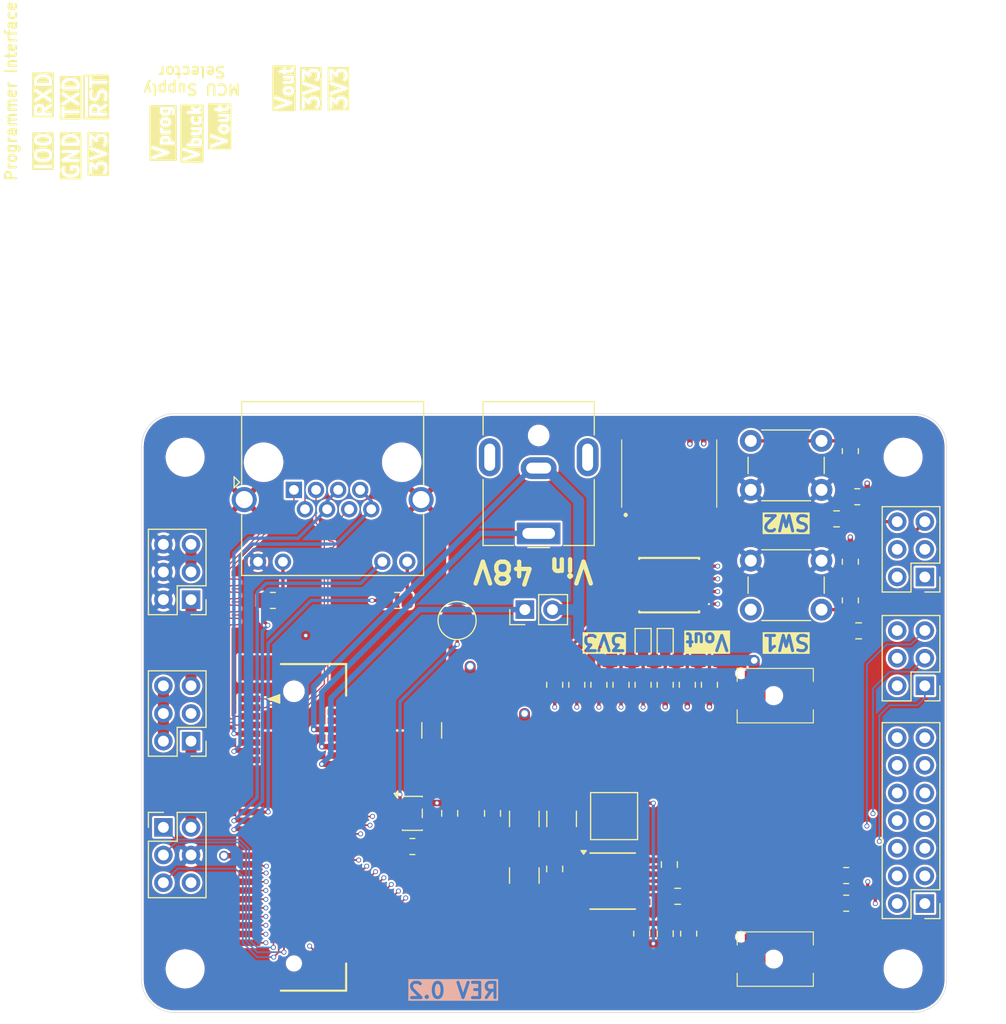
<source format=kicad_pcb>
(kicad_pcb (version 20241229) (generator "pcbnew") (generator_version "9.0")
  (layers (0 "F.Cu" signal) (4 "In1.Cu" signal) (6 "In2.Cu" signal) (2 "B.Cu" signal) (13 "F.Paste" user) (15 "B.Paste" user) (5 "F.SilkS" user "F.Silkscreen") (7 "B.SilkS" user "B.Silkscreen") (1 "F.Mask" user) (3 "B.Mask" user) (25 "Edge.Cuts" user))
  (property "REVISION" "0.2")
  (net 0 "")
  (net 1 "GND")
  (net 2 "Earth")
  (net 3 "/V_{out}")
  (net 4 "Net-(U2-VCC)")
  (net 5 "Net-(U2-SW)")
  (net 6 "Net-(U2-BOOT)")
  (net 7 "/V_{buck}")
  (net 8 "Net-(U2-FB)")
  (net 9 "/SW1")
  (net 10 "/SW2")
  (net 11 "Net-(D3-KR)")
  (net 12 "Vin")
  (net 13 "Net-(D3-KG)")
  (net 14 "Net-(D4-A)")
  (net 15 "Net-(D3-AW)")
  (net 16 "GNDPWR")
  (net 17 "/V_{prog}")
  (net 18 "/TXD")
  (net 19 "/RXD")
  (net 20 "/~{RST}")
  (net 21 "/GPIO0")
  (net 22 "+3.3V")
  (net 23 "/GPIO15")
  (net 24 "/GPIO13")
  (net 25 "/PHY_EN")
  (net 26 "/MDC")
  (net 27 "/MDIO")
  (net 28 "/GPIO2")
  (net 29 "/P1P")
  (net 30 "/ETH_LED2")
  (net 31 "/P4")
  (net 32 "Net-(J5-Pad10)")
  (net 33 "/P2N")
  (net 34 "/P1N")
  (net 35 "/P2P")
  (net 36 "/P3")
  (net 37 "Net-(J5-Pad12)")
  (net 38 "/GPIO4")
  (net 39 "/GPIO38")
  (net 40 "/GPIO33")
  (net 41 "/GPIO14")
  (net 42 "/GPIO39")
  (net 43 "/GPIO36")
  (net 44 "/GPIO35")
  (net 45 "/GPIO32")
  (net 46 "/GPIO18")
  (net 47 "/ETH_LED1")
  (net 48 "/GPIO34")
  (net 49 "/GPIO5")
  (net 50 "/GPIO23")
  (net 51 "VDD")
  (net 52 "/GPIO12")
  (net 53 "/GPIO37")
  (net 54 "/3V3A")
  (net 55 "Net-(R10-Pad1)")
  (net 56 "Net-(R12-Pad1)")
  (net 58 "Net-(D3-AB)")
  (net 59 "Net-(D3-AR)")
  (net 60 "Net-(D3-AG)")
  (net 61 "Net-(D4-K)")
  (net 62 "Net-(D5-K)")
  (net 63 "Net-(D5-A)")
  (net 64 "Net-(R3-Pad2)")
  (net 65 "Net-(R4-Pad1)")
  (net 66 "Net-(R5-Pad2)")
  (net 67 "Net-(R6-Pad2)")
  (net 68 "/V_{out,h}")
  (net 69 "Net-(TP1-Pad1)")
  (net 70 "Net-(D3-KB)")
  (net 71 "Net-(D3-KW)")
  (footprint "Capacitor_SMD:C_0805_2012Metric" (layer "F.Cu") (at 153.913 110.948 180)
    (property "Reference" "C10")
    (property "Value" "100nF")
  )
  (footprint "Connector_PinHeader_2.54mm:PinHeader_2x03_P2.54mm_Vertical" (layer "F.Cu") (at 160 116 180)
    (property "Reference" "J4")
    (property "Value" "10129381-906001BLF")
  )
  (footprint "Connector_PinHeader_2.54mm:PinHeader_1x02_P2.54mm_Vertical" (layer "F.Cu") (at 123.23 109 90)
    (property "Reference" "J11")
    (property "Value" "~")
  )
  (footprint "Connector_BarrelJack:BarrelJack_CUI_PJ-063AH_Horizontal" (layer "F.Cu") (at 124.5 102 180)
    (property "Reference" "J1")
    (property "Value" "PJ-063AH")
  )
  (footprint "Resistor_SMD:R_0805_2012Metric" (layer "F.Cu") (at 152.77 133.427 180)
    (property "Reference" "R5")
    (property "Value" "2K2")
  )
  (footprint "MountingHole:MountingHole_3.2mm_M3" (layer "F.Cu") (at 92 95)
    (property "Reference" "H1" (hide yes))
    (property "Value" "MountingHole")
  )
  (footprint "Resistor_SMD:R_0805_2012Metric" (layer "F.Cu") (at 136.133 115.901 90)
    (property "Reference" "R17")
    (property "Value" "270R")
  )
  (footprint "Resistor_SMD:R_0805_2012Metric" (layer "F.Cu") (at 133.974 138.761 90)
    (property "Reference" "R8")
    (property "Value" "100K")
  )
  (footprint "Capacitor_SMD:C_0805_2012Metric" (layer "F.Cu") (at 125.973 132.8174 90)
    (property "Reference" "C3")
    (property "Value" "220nF")
  )
  (footprint "Connector_PinHeader_2.54mm:PinHeader_2x03_P2.54mm_Vertical" (layer "F.Cu") (at 90 129)
    (property "Reference" "J2")
    (property "Value" "10129381-906001BLF")
  )
  (footprint "Connector_PinHeader_2.54mm:PinHeader_2x03_P2.54mm_Vertical" (layer "F.Cu") (at 160 106 180)
    (property "Reference" "J10")
    (property "Value" "10129381-906001BLF")
  )
  (footprint "Project:GDH06S04" (layer "F.Cu") (at 136.5 96.5)
    (property "Reference" "SW4")
    (property "Value" "GDH06S04" (hide yes))
  )
  (footprint "Resistor_SMD:R_0805_2012Metric" (layer "F.Cu") (at 153.786 98.629 180)
    (property "Reference" "R13")
    (property "Value" "10K")
  )
  (footprint "Resistor_SMD:R_0805_2012Metric" (layer "F.Cu") (at 100.065 108.154)
    (property "Reference" "R1")
    (property "Value" "270R")
  )
  (footprint "Resistor_SMD:R_0805_2012Metric" (layer "F.Cu") (at 134.101 115.901 -90)
    (property "Reference" "R18")
    (property "Value" "270R")
  )
  (footprint "Capacitor_SMD:C_1206_3216Metric" (layer "F.Cu") (at 114.67 120.092 90)
    (property "Reference" "C1")
    (property "Value" "2200pF 2kV")
  )
  (footprint "Capacitor_SMD:C_0805_2012Metric" (layer "F.Cu") (at 116.321 127.712 90)
    (property "Reference" "C12")
    (property "Value" "100nF")
  )
  (footprint "Button_Switch_THT:SW_PUSH_6mm_H4.3mm" (layer "F.Cu") (at 150.5 98 180)
    (property "Reference" "SW2")
    (property "Value" "TS02-66-43")
  )
  (footprint "Modul:119A-LATCH-80" (layer "F.Cu") (at 146.1 129 -90)
    (property "Reference" "J8")
    (property "Value" "~")
  )
  (footprint "Capacitor_SMD:C_1210_3225Metric" (layer "F.Cu") (at 123.179 128.22 -90)
    (property "Reference" "C7")
    (property "Value" "22uF")
  )
  (footprint "Connector_PinHeader_2.54mm:PinHeader_2x07_P2.54mm_Vertical" (layer "F.Cu") (at 160 136 180)
    (property "Reference" "J9")
    (property "Value" "10129381-914001BLF")
  )
  (footprint "Inductor_SMD:L_Wuerth_MAPI-4030" (layer "F.Cu") (at 131.434 127.966 90)
    (property "Reference" "L1")
    (property "Value" "3.3uH")
  )
  (footprint "Capacitor_SMD:C_0805_2012Metric" (layer "F.Cu") (at 120.258 127.712 -90)
    (property "Reference" "C9")
    (property "Value" "100nF")
  )
  (footprint "Resistor_SMD:R_0805_2012Metric" (layer "F.Cu") (at 112.892 130.76 180)
    (property "Reference" "R19")
    (property "Value" "0R022")
  )
  (footprint "Package_SO:Texas_HSOP-8-1EP_3.9x4.9mm_P1.27mm_ThermalVias" (layer "F.Cu") (at 131.307 133.935)
    (property "Reference" "U2")
    (property "Value" "LMR33620BDDA")
  )
  (footprint "Resistor_SMD:R_0805_2012Metric" (layer "F.Cu") (at 125.973 115.901 90)
    (property "Reference" "R16")
    (property "Value" "180R")
  )
  (footprint "Resistor_SMD:R_0805_2012Metric" (layer "F.Cu") (at 132.069 115.901 90)
    (property "Reference" "R15")
    (property "Value" "56R")
  )
  (footprint "Resistor_SMD:R_0805_2012Metric" (layer "F.Cu") (at 130.037 115.901 90)
    (property "Reference" "R7")
    (property "Value" "56R")
  )
  (footprint "TestPoint:TestPoint_Pad_D3.0mm" (layer "F.Cu") (at 117 110)
    (property "Reference" "TP1" (hide yes))
    (property "Value" "TestPoint")
  )
  (footprint "Capacitor_SMD:C_0805_2012Metric" (layer "F.Cu") (at 151.881 100.661 180)
    (property "Reference" "C11")
    (property "Value" "100nF")
  )
  (footprint "Resistor_SMD:R_0805_2012Metric" (layer "F.Cu") (at 111.495 108.154)
    (property "Reference" "R2")
    (property "Value" "270R")
  )
  (footprint "MountingHole:MountingHole_3.2mm_M3" (layer "F.Cu") (at 158 95)
    (property "Reference" "H3" (hide yes))
    (property "Value" "MountingHole")
  )
  (footprint "Resistor_SMD:R_0805_2012Metric" (layer "F.Cu") (at 152.77 135.967 180)
    (property "Reference" "R3")
    (property "Value" "2K2")
  )
  (footprint "Modul:119A-80A00-R02" (layer "F.Cu") (at 102 129 -90)
    (property "Reference" "J7")
    (property "Value" "~")
  )
  (footprint "LED_SMD:LED_0603_1608Metric" (layer "F.Cu") (at 136.133 112.218 -90)
    (property "Reference" "D5")
    (property "Value" "Red")
  )
  (footprint "Project:INP55QDTRGBW" (layer "F.Cu") (at 136.5 106.75 90)
    (property "Reference" "D3")
    (property "Value" "IN-P55QDTRGBW" (hide yes))
  )
  (footprint "Capacitor_SMD:C_0805_2012Metric" (layer "F.Cu") (at 137.276 135.332)
    (property "Reference" "C4")
    (property "Value" "1uF")
  )
  (footprint "Package_TO_SOT_SMD:SOT-23-5" (layer "F.Cu") (at 112.892 127.712)
    (property "Reference" "U1")
    (property "Value" "INA180A2")
  )
  (footprint "Capacitor_SMD:C_1210_3225Metric" (layer "F.Cu") (at 123.179 133.427 90)
    (property "Reference" "C2")
    (property "Value" "10uF")
  )
  (footprint "Resistor_SMD:R_0805_2012Metric" (layer "F.Cu") (at 128.005 115.901 90)
    (property "Reference" "R14")
    (property "Value" "56R")
  )
  (footprint "Resistor_SMD:R_0805_2012Metric" (layer "F.Cu") (at 153.151 94.438 -90)
    (property "Reference" "R12")
    (property "Value" "1K")
  )
  (footprint "Resistor_SMD:R_0805_2012Metric" (layer "F.Cu") (at 138.292 138.761 -90)
    (property "Reference" "R9")
    (property "Value" "43K2")
  )
  (footprint "Capacitor_SMD:C_0805_2012Metric" (layer "F.Cu") (at 136.514 132.411 90)
    (property "Reference" "C5")
    (property "Value" "100nF")
  )
  (footprint "Connector_RJ:RJ45_Amphenol_RJHSE538X" (layer "F.Cu") (at 102 98)
    (property "Reference" "J5")
    (property "Value" "RJHSE-5381")
  )
  (footprint "MountingHole:MountingHole_3.2mm_M3" (layer "F.Cu") (at 92 142)
    (property "Reference" "H2" (hide yes))
    (property "Value" "MountingHole")
  )
  (footprint "Resistor_SMD:R_0805_2012Metric" (layer "F.Cu") (at 138.165 115.901 -90)
    (property "Reference" "R4")
    (property "Value" "100R 0.5W")
  )
  (footprint "Capacitor_SMD:C_0805_2012Metric" (layer "F.Cu") (at 136.133 138.761 90)
    (property "Reference" "C6")
    (property "Value" "33pF")
  )
  (footprint "MountingHole:MountingHole_3.2mm_M3" (layer "F.Cu") (at 158 142)
    (property "Reference" "H4" (hide yes))
    (property "Value" "MountingHole")
  )
  (footprint "Button_Switch_THT:SW_PUSH_6mm_H4.3mm" (layer "F.Cu") (at 144 104.5)
    (property "Reference" "SW1")
    (property "Value" "TS02-66-43")
  )
  (footprint "Capacitor_SMD:C_1210_3225Metric" (layer "F.Cu") (at 126.608 128.22 -90)
    (property "Reference" "C8")
    (property "Value" "22uF")
  )
  (footprint "Resistor_SMD:R_0805_2012Metric" (layer "F.Cu") (at 153.151 104.598 -90)
    (property "Reference" "R11")
    (property "Value" "10K")
  )
  (footprint "Resistor_SMD:R_0805_2012Metric" (layer "F.Cu") (at 153.151 108.154 90)
    (property "Reference" "R10")
    (property "Value" "1K")
  )
  (footprint "Connector_PinHeader_2.54mm:PinHeader_2x03_P2.54mm_Vertical" (layer "F.Cu") (at 92.54 108.08 180)
    (property "Reference" "J6")
    (property "Value" "10129381-906001BLF")
  )
  (footprint "Resistor_SMD:R_0805_2012Metric" (layer "F.Cu") (at 140.197 115.901 90)
    (property "Reference" "R6")
    (property "Value" "56R 0.5W")
  )
  (footprint "Connector_PinHeader_2.54mm:PinHeader_2x03_P2.54mm_Vertical" (layer "F.Cu") (at 92.54 121.08 180)
    (property "Reference" "J3")
    (property "Value" "10129381-906001BLF")
  )
  (footprint "LED_SMD:LED_0603_1608Metric" (layer "F.Cu") (at 134.101 112.218 -90)
    (property "Reference" "D4")
    (property "Value" "Red")
  )
  (gr_arc (start 91 146) (mid 88.87868 145.12132) (end 88 143) (stroke (width 0.05)) (layer "Edge.Cuts"))
  (gr_arc (start 159 91) (mid 161.12132 91.87868) (end 162 94) (stroke (width 0.05)) (layer "Edge.Cuts"))
  (gr_line (start 159 146) (end 91 146) (stroke (width 0.05)) (layer "Edge.Cuts"))
  (gr_arc (start 88 94) (mid 88.87868 91.87868) (end 91 91) (stroke (width 0.05)) (layer "Edge.Cuts"))
  (gr_arc (start 162 143) (mid 161.12132 145.12132) (end 159 146) (stroke (width 0.05)) (layer "Edge.Cuts"))
  (gr_line (start 91 91) (end 159 91) (stroke (width 0.05)) (layer "Edge.Cuts"))
  (gr_line (start 162 94) (end 162 143) (stroke (width 0.05)) (layer "Edge.Cuts"))
  (gr_line (start 88 143) (end 88 94) (stroke (width 0.05)) (layer "Edge.Cuts"))
  (gr_text "V_{in} 48V" (at 124 105.5 180) (layer "F.SilkS") (effects (font (size 2 2) (thickness 0.4) (bold yes))))
  (gr_text "V_{out}" (at 140 112 180) (layer "F.SilkS" knockout) (effects (font (size 1.4 1.4) (thickness 0.28) (bold yes))))
  (gr_text "GND" (at 81.54 65 90) (layer "F.SilkS" knockout) (effects (font (size 1.4 1.4) (thickness 0.28) (bold yes)) (justify right)))
  (gr_text "RXD" (at 79 64 90) (layer "F.SilkS" knockout) (effects (font (size 1.4 1.4) (thickness 0.28) (bold yes)) (justify left)))
  (gr_text "TXD" (at 81.54 64 90) (layer "F.SilkS" knockout) (effects (font (size 1.4 1.4) (thickness 0.28) (bold yes)) (justify left)))
  (gr_text "V_{out}" (at 95.16 62.5 90) (layer "F.SilkS" knockout) (effects (font (size 1.4 1.4) (thickness 0.28) (bold yes)) (justify right)))
  (gr_text "V_{buck}" (at 92.62 62.5 90) (layer "F.SilkS" knockout) (effects (font (size 1.4 1.4) (thickness 0.28) (bold yes)) (justify right)))
  (gr_text "~{RST}" (at 84.08 64 90) (layer "F.SilkS" knockout) (effects (font (size 1.4 1.4) (thickness 0.28) (bold yes)) (justify left)))
  (gr_text "V_{out}" (at 101.08 59 90) (layer "F.SilkS" knockout) (effects (font (size 1.4 1.4) (thickness 0.28) (bold yes)) (justify right)))
  (gr_text "3V3" (at 84.08 65 90) (layer "F.SilkS" knockout) (effects (font (size 1.4 1.4) (thickness 0.28) (bold yes)) (justify right)))
  (gr_text "SW2" (at 147.25 101 180) (layer "F.SilkS" knockout) (effects (font (size 1.4 1.4) (thickness 0.28) (bold yes))))
  (gr_text "3V3" (at 130.5 112 180) (layer "F.SilkS" knockout) (effects (font (size 1.4 1.4) (thickness 0.28) (bold yes))))
  (gr_text "3V3" (at 103.62 59 90) (layer "F.SilkS" knockout) (effects (font (size 1.4 1.4) (thickness 0.28) (bold yes)) (justify right)))
  (gr_text "MCU Supply\nSelector" (at 92.62 59 180) (layer "F.SilkS") (effects (font (size 1 1) (thickness 0.2) (bold yes)) (justify bottom)))
  (gr_text "3V3" (at 106.16 59 90) (layer "F.SilkS" knockout) (effects (font (size 1.4 1.4) (thickness 0.28) (bold yes)) (justify right)))
  (gr_text "SW1" (at 147.25 112 180) (layer "F.SilkS" knockout) (effects (font (size 1.4 1.4) (thickness 0.28) (bold yes))))
  (gr_text "IO0" (at 79 65 90) (layer "F.SilkS" knockout) (effects (font (size 1.4 1.4) (thickness 0.28) (bold yes)) (justify right)))
  (gr_text "V_{prog}" (at 89.78 62.5 90) (layer "F.SilkS" knockout) (effects (font (size 1.4 1.4) (thickness 0.28) (bold yes)) (justify right)))
  (gr_text "Programmer Interface" (at 76.58 53 90) (layer "F.SilkS") (effects (font (size 1 1) (thickness 0.2) (bold yes)) (justify right bottom)))
  (gr_text "REV ${REVISION}" (at 121 144 0) (layer "B.SilkS" knockout) (effects (font (size 1.4 1.4) (thickness 0.28) (bold yes)) (justify left mirror)))
  (via (at 103.0876 111.3798) (size 0.45) (drill 0.3) (layers "F.Cu" "B.Cu") (net 2))
  (segment (start 123.179 134.902) (end 124.8384 134.902) (width 1.016) (layer "F.Cu") (net 3))
  (segment (start 120.5138 134.902) (end 123.179 134.902) (width 1.016) (layer "F.Cu") (net 3))
  (segment (start 113.0698 130.6076) (end 113.2222 130.76) (width 0.1524) (layer "F.Cu") (net 3))
  (segment (start 114.0295 128.662) (end 113.2628 128.662) (width 0.1524) (layer "F.Cu") (net 3))
  (segment (start 138.165 116.8135) (end 138.165 117.933) (width 0.508) (layer "F.Cu") (net 3))
  (segment (start 118.2006 132.5888) (end 120.5138 134.902) (width 1.016) (layer "F.Cu") (net 3))
  (segment (start 127.6494 133.3) (end 127.182 133.7674) (width 0.508) (layer "F.Cu") (net 3))
  (segment (start 136.133 116.8135) (end 136.133 117.933) (width 0.508) (layer "F.Cu") (net 3))
  (segment (start 113.2222 130.76) (end 113.8045 130.76) (width 0.1524) (layer "F.Cu") (net 3))
  (segment (start 124.8384 134.902) (end 125.973 133.7674) (width 1.016) (layer "F.Cu") (net 3))
  (segment (start 128.607 133.3) (end 127.6494 133.3) (width 0.508) (layer "F.Cu") (net 3))
  (segment (start 127.182 133.7674) (end 125.973 133.7674) (width 0.508) (layer "F.Cu") (net 3))
  (segment (start 118.2006 130.76) (end 113.8045 130.76) (width 1.016) (layer "F.Cu") (net 3))
  (segment (start 118.2006 130.76) (end 118.2006 132.5888) (width 1.016) (layer "F.Cu") (net 3))
  (segment (start 118.2006 114.1992) (end 118.2006 130.76) (width 1.016) (layer "F.Cu") (net 3))
  (segment (start 92.54 108.08) (end 92.54 116) (width 1.016) (layer "F.Cu") (net 3))
  (segment (start 128.607 133.3) (end 128.607 134.57) (width 0.508) (layer "F.Cu") (net 3))
  (segment (start 113.0698 128.855) (end 113.0698 130.6076) (width 0.1524) (layer "F.Cu") (net 3))
  (segment (start 113.2628 128.662) (end 113.0698 128.855) (width 0.1524) (layer "F.Cu") (net 3))
  (segment (start 140.197 116.8135) (end 140.197 117.933) (width 0.508) (layer "F.Cu") (net 3))
  (via (at 118.2006 114.1992) (size 0.9) (drill 0.6) (layers "F.Cu" "B.Cu") (net 3))
  (via (at 136.133 117.933) (size 0.45) (drill 0.3) (layers "F.Cu" "B.Cu") (net 3))
  (via (at 138.165 117.933) (size 0.45) (drill 0.3) (layers "F.Cu" "B.Cu") (net 3))
  (via (at 140.197 117.933) (size 0.45) (drill 0.3) (layers "F.Cu" "B.Cu") (net 3))
  (segment (start 136.326 135.1136) (end 136.326 135.332) (width 0.508) (layer "F.Cu") (net 4))
  (segment (start 136.3362 135.1034) (end 136.326 135.1136) (width 0.508) (layer "F.Cu") (net 4))
  (segment (start 135.8028 134.57) (end 136.3362 135.1034) (width 0.508) (layer "F.Cu") (net 4))
  (segment (start 134.007 134.57) (end 135.8028 134.57) (width 0.508) (layer "F.Cu") (net 4))
  (segment (start 135.7266 132.03) (end 136.2956 131.461) (width 0.508) (layer "F.Cu") (net 5))
  (segment (start 134.007 132.03) (end 135.7266 132.03) (width 0.508) (layer "F.Cu") (net 5))
  (segment (start 136.2956 131.461) (end 136.514 131.461) (width 0.508) (layer "F.Cu") (net 5))
  (segment (start 133.5588 129.151) (end 131.434 129.151) (width 0.635) (layer "F.Cu") (net 5))
  (segment (start 134.007 132.03) (end 134.007 129.5992) (width 0.635) (layer "F.Cu") (net 5))
  (segment (start 134.007 129.5992) (end 133.5588 129.151) (width 0.635) (layer "F.Cu") (net 5))
  (segment (start 136.453 133.3) (end 136.514 133.361) (width 0.508) (layer "F.Cu") (net 6))
  (segment (start 134.007 133.3) (end 136.453 133.3) (width 0.508) (layer "F.Cu") (net 6))
  (segment (start 123.162 126.762) (end 123.179 126.745) (width 0.508) (layer "F.Cu") (net 7))
  (segment (start 120.258 126.762) (end 123.162 126.762) (width 1.016) (layer "F.Cu") (net 7))
  (segment (start 135.0408 139.6735) (end 136.0955 139.6735) (width 0.762) (layer "F.Cu") (net 7))
  (segment (start 135.0408 126.7722) (end 131.4428 126.7722) (width 0.3048) (layer "F.Cu") (net 7))
  (segment (start 123.2044 126.7196) (end 123.179 126.745) (width 1.016) (layer "F.Cu") (net 7))
  (segment (start 131.4428 126.7722) (end 131.434 126.781) (width 0.3048) (layer "F.Cu") (net 7))
  (segment (start 133.974 139.6735) (end 135.0408 139.6735) (width 0.762) (layer "F.Cu") (net 7))
  (segment (start 123.2044 118.54) (end 123.2044 126.7196) (width 1.016) (layer "F.Cu") (net 7))
  (segment (start 124.9062 126.745) (end 126.608 126.745) (width 1.143) (layer "F.Cu") (net 7))
  (segment (start 123.179 126.745) (end 124.9062 126.745) (width 1.143) (layer "F.Cu") (net 7))
  (segment (start 131.398 126.745) (end 131.434 126.781) (width 0.762) (layer "F.Cu") (net 7))
  (segment (start 136.0955 139.6735) (end 136.133 139.711) (width 0.508) (layer "F.Cu") (net 7))
  (segment (start 126.608 126.745) (end 131.398 126.745) (width 0.889) (layer "F.Cu") (net 7))
  (via (at 135.0408 139.6735) (size 0.45) (drill 0.3) (layers "F.Cu" "B.Cu") (net 7))
  (via (at 135.0408 126.7722) (size 0.45) (drill 0.3) (layers "F.Cu" "B.Cu") (net 7))
  (via (at 123.2044 118.54) (size 0.9) (drill 0.6) (layers "F.Cu" "B.Cu") (net 7))
  (segment (start 135.0408 139.6735) (end 135.0408 135.0272) (width 0.3048) (layer "B.Cu") (net 7))
  (segment (start 135.0408 135.0272) (end 135.0408 127.6104) (width 0.3048) (layer "B.Cu") (net 7))
  (segment (start 135.0408 127.6104) (end 135.0408 126.7722) (width 0.3048) (layer "B.Cu") (net 7))
  (segment (start 138.2545 137.811) (end 138.292 137.8485) (width 0.508) (layer "F.Cu") (net 8))
  (segment (start 136.133 137.811) (end 138.2545 137.811) (width 0.508) (layer "F.Cu") (net 8))
  (segment (start 134.007 135.84) (end 134.007 137.8155) (width 0.508) (layer "F.Cu") (net 8))
  (segment (start 134.0115 137.811) (end 136.133 137.811) (width 0.508) (layer "F.Cu") (net 8))
  (segment (start 133.974 137.8485) (end 134.0115 137.811) (width 0.508) (layer "F.Cu") (net 8))
  (segment (start 134.007 137.8155) (end 133.974 137.8485) (width 0.508) (layer "F.Cu") (net 8))
  (segment (start 156.4784 102.1596) (end 155.4116 103.2264) (width 0.3048) (layer "F.Cu") (net 9))
  (segment (start 153.151 107.2415) (end 153.151 105.5105) (width 0.3048) (layer "F.Cu") (net 9))
  (segment (start 158.7604 102.1596) (end 156.4784 102.1596) (width 0.3048) (layer "F.Cu") (net 9))
  (segment (start 154.5245 105.5105) (end 153.151 105.5105) (width 0.3048) (layer "F.Cu") (net 9))
  (segment (start 155.4116 103.2264) (end 155.4116 104.6234) (width 0.3048) (layer "F.Cu") (net 9))
  (segment (start 154.0927 107.2415) (end 153.151 107.2415) (width 0.3048) (layer "F.Cu") (net 9))
  (segment (start 155.4116 104.6234) (end 154.5245 105.5105) (width 0.3048) (layer "F.Cu") (net 9))
  (segment (start 154.863 108.0118) (end 154.0927 107.2415) (width 0.3048) (layer "F.Cu") (net 9))
  (segment (start 160 100.92) (end 158.7604 102.1596) (width 0.3048) (layer "F.Cu") (net 9))
  (segment (start 154.863 110.948) (end 154.863 108.0118) (width 0.3048) (layer "F.Cu") (net 9))
  (segment (start 152.831 100.661) (end 155.5132 100.661) (width 0.3048) (layer "F.Cu") (net 10))
  (segment (start 153.151 97.4098) (end 152.8735 97.6873) (width 0.3048) (layer "F.Cu") (net 10))
  (segment (start 155.5132 100.661) (end 155.7722 100.92) (width 0.3048) (layer "F.Cu") (net 10))
  (segment (start 152.8735 98.629) (end 152.8735 100.6185) (width 0.3048) (layer "F.Cu") (net 10))
  (segment (start 152.8735 100.6185) (end 152.831 100.661) (width 0.3048) (layer "F.Cu") (net 10))
  (segment (start 153.151 95.3505) (end 153.151 97.4098) (width 0.3048) (layer "F.Cu") (net 10))
  (segment (start 152.8735 97.6873) (end 152.8735 98.629) (width 0.3048) (layer "F.Cu") (net 10))
  (segment (start 155.7722 100.92) (end 157.46 100.92) (width 0.3048) (layer "F.Cu") (net 10))
  (segment (start 138.9056 105.0044) (end 138.9 105.01) (width 0.3048) (layer "F.Cu") (net 11))
  (segment (start 140.959 105.0044) (end 138.9056 105.0044) (width 0.3048) (layer "F.Cu") (net 11))
  (via (at 140.959 105.0044) (size 0.45) (drill 0.3) (layers "F.Cu" "B.Cu") (net 11))
  (segment (start 104.5608 121.5906) (end 106.0906 121.5906) (width 0.508) (layer "F.Cu") (net 12))
  (segment (start 106.1 120.8) (end 106.1 121.1842) (width 0.508) (layer "F.Cu") (net 12))
  (segment (start 106.0906 121.5906) (end 106.1 121.6) (width 0.508) (layer "F.Cu") (net 12))
  (segment (start 106.1 121.1842) (end 106.1 121.6) (width 0.508) (layer "F.Cu") (net 12))
  (via (at 104.5608 121.5906) (size 0.45) (drill 0.3) (layers "F.Cu" "B.Cu") (net 12))
  (segment (start 119.1476 102) (end 104.5608 116.5868) (width 0.508) (layer "B.Cu") (net 12))
  (segment (start 104.5608 116.5868) (end 104.5608 121.5906) (width 0.508) (layer "B.Cu") (net 12))
  (segment (start 124.5 102) (end 119.1476 102) (width 0.508) (layer "B.Cu") (net 12))
  (segment (start 140.959 106.1728) (end 138.9028 106.1728) (width 0.3048) (layer "F.Cu") (net 13))
  (segment (start 138.9028 106.1728) (end 138.9 106.17) (width 0.3048) (layer "F.Cu") (net 13))
  (via (at 140.959 106.1728) (size 0.45) (drill 0.3) (layers "F.Cu" "B.Cu") (net 13))
  (segment (start 134.101 113.0055) (end 134.101 114.9885) (width 0.3048) (layer "F.Cu") (net 14))
  (segment (start 132.069 109.3224) (end 132.9014 108.49) (width 0.3048) (layer "F.Cu") (net 15))
  (segment (start 132.069 114.9885) (end 132.069 109.3224) (width 0.3048) (layer "F.Cu") (net 15))
  (segment (start 132.9014 108.49) (end 134.1 108.49) (width 0.3048) (layer "F.Cu") (net 15))
  (segment (start 106.1 120) (end 103.84 120) (width 0.508) (layer "F.Cu") (net 16))
  (segment (start 124.5 96) (end 125.1728 96) (width 0.508) (layer "F.Cu") (net 16))
  (segment (start 144.3118 116.3382) (end 143.75 116.9) (width 0.508) (layer "F.Cu") (net 16))
  (segment (start 106.1 119.2) (end 106.1 120) (width 0.508) (layer "F.Cu") (net 16))
  (segment (start 144.3118 113.6658) (end 144.3118 116.3382) (width 1.016) (layer "F.Cu") (net 16))
  (segment (start 106.1 118.4) (end 106.1 119.2) (width 0.508) (layer "F.Cu") (net 16))
  (segment (start 103.84 120) (end 103.8242 120.0158) (width 0.508) (layer "F.Cu") (net 16))
  (via (at 144.3118 113.6658) (size 0.9) (drill 0.6) (layers "F.Cu" "B.Cu") (net 16))
  (via (at 103.8242 120.0158) (size 0.45) (drill 0.3) (layers "F.Cu" "B.Cu") (net 16))
  (segment (start 144.3118 113.6658) (end 130.4434 113.6658) (width 1.016) (layer "B.Cu") (net 16))
  (segment (start 123.8522 96) (end 103.8242 116.028) (width 0.508) (layer "B.Cu") (net 16))
  (segment (start 103.8242 116.028) (end 103.8242 120.0158) (width 0.508) (layer "B.Cu") (net 16))
  (segment (start 128.1828 108.9922) (end 128.1828 99.01) (width 1.016) (layer "B.Cu") (net 16))
  (segment (start 128.1828 111.4052) (end 128.1828 108.9922) (width 1.016) (layer "B.Cu") (net 16))
  (segment (start 125.77 109) (end 128.175 109) (width 1.016) (layer "B.Cu") (net 16))
  (segment (start 130.4434 113.6658) (end 128.1828 111.4052) (width 1.016) (layer "B.Cu") (net 16))
  (segment (start 124.5 96) (end 123.8522 96) (width 0.508) (layer "B.Cu") (net 16))
  (segment (start 128.175 109) (end 128.1828 108.9922) (width 1.016) (layer "B.Cu") (net 16))
  (segment (start 128.1828 99.01) (end 125.1728 96) (width 1.016) (layer "B.Cu") (net 16))
  (segment (start 92.54 121.08) (end 92.54 129) (width 1.016) (layer "F.Cu") (net 17))
  (segment (start 101.081 140.4628) (end 101.081 139.5738) (width 0.1524) (layer "F.Cu") (net 18))
  (segment (start 101.4548 139.2) (end 106.1 139.2) (width 0.1524) (layer "F.Cu") (net 18))
  (segment (start 101.081 139.5738) (end 101.4548 139.2) (width 0.1524) (layer "F.Cu") (net 18))
  (via (at 101.081 140.4628) (size 0.45) (drill 0.3) (layers "F.Cu" "B.Cu") (net 18))
  (segment (start 101.081 140.4628) (end 98.6172 140.4628) (width 0.1524) (layer "B.Cu") (net 18))
  (segment (start 97.6012 139.4468) (end 97.6012 131.1156) (width 0.1524) (layer "B.Cu") (net 18))
  (segment (start 91.161 130.379) (end 90 131.54) (width 0.1524) (layer "B.Cu") (net 18))
  (segment (start 96.8646 130.379) (end 91.161 130.379) (width 0.1524) (layer "B.Cu") (net 18))
  (segment (start 97.6012 131.1156) (end 96.8646 130.379) (width 0.1524) (layer "B.Cu") (net 18))
  (segment (start 98.6172 140.4628) (end 97.6012 139.4468) (width 0.1524) (layer "B.Cu") (net 18))
  (segment (start 100.5984 139.1166) (end 101.315 138.4) (width 0.1524) (layer "F.Cu") (net 19))
  (segment (start 100.1412 140.92) (end 100.5984 140.4628) (width 0.1524) (layer "F.Cu") (net 19))
  (segment (start 101.315 138.4) (end 106.1 138.4) (width 0.1524) (layer "F.Cu") (net 19))
  (segment (start 100.5984 140.4628) (end 100.5984 139.1166) (width 0.1524) (layer "F.Cu") (net 19))
  (via (at 100.1412 140.92) (size 0.45) (drill 0.3) (layers "F.Cu" "B.Cu") (net 19))
  (segment (start 96.6106 132.792) (end 91.288 132.792) (width 0.1524) (layer "B.Cu") (net 19))
  (segment (start 91.288 132.792) (end 90 134.08) (width 0.1524) (layer "B.Cu") (net 19))
  (segment (start 98.6172 140.92) (end 97.2964 139.5992) (width 0.1524) (layer "B.Cu") (net 19))
  (segment (start 97.2964 139.5992) (end 97.2964 133.4778) (width 0.1524) (layer "B.Cu") (net 19))
  (segment (start 100.1412 140.92) (end 98.6172 140.92) (width 0.1524) (layer "B.Cu") (net 19))
  (segment (start 97.2964 133.4778) (end 96.6106 132.792) (width 0.1524) (layer "B.Cu") (net 19))
  (segment (start 100.1158 140.031) (end 100.1158 138.38) (width 0.1524) (layer "F.Cu") (net 20))
  (segment (start 100.1158 138.38) (end 100.8958 137.6) (width 0.1524) (layer "F.Cu") (net 20))
  (segment (start 100.8958 137.6) (end 106.1 137.6) (width 0.1524) (layer "F.Cu") (net 20))
  (via (at 100.1158 140.031) (size 0.45) (drill 0.3) (layers "F.Cu" "B.Cu") (net 20))
  (segment (start 97.8806 130.9886) (end 97.017 130.125) (width 0.1524) (layer "B.Cu") (net 20))
  (segment (start 98.6172 140.031) (end 97.8806 139.2944) (width 0.1524) (layer "B.Cu") (net 20))
  (segment (start 91.125 130.125) (end 90 129) (width 0.1524) (layer "B.Cu") (net 20))
  (segment (start 100.1158 140.031) (end 98.6172 140.031) (width 0.1524) (layer "B.Cu") (net 20))
  (segment (start 97.017 130.125) (end 91.125 130.125) (width 0.1524) (layer "B.Cu") (net 20))
  (segment (start 97.8806 139.2944) (end 97.8806 130.9886) (width 0.1524) (layer "B.Cu") (net 20))
  (segment (start 103.4432 139.904) (end 104.3392 140.8) (width 0.1524) (layer "F.Cu") (net 21))
  (segment (start 104.3392 140.8) (end 106.1 140.8) (width 0.1524) (layer "F.Cu") (net 21))
  (via (at 103.4432 139.904) (size 0.45) (drill 0.3) (layers "F.Cu" "B.Cu") (net 21))
  (segment (start 90 116) (end 90 118.54) (width 1.016) (layer "F.Cu") (net 22))
  (segment (start 92.54 103) (end 92.54 105.54) (width 1.016) (layer "F.Cu") (net 22))
  (segment (start 97.9 131.6) (end 95.571 131.6) (width 0.508) (layer "F.Cu") (net 22))
  (segment (start 125.973 116.8135) (end 125.973 117.9584) (width 0.3048) (layer "F.Cu") (net 22))
  (segment (start 90 118.54) (end 90 121.08) (width 1.016) (layer "F.Cu") (net 22))
  (segment (start 114.0295 126.762) (end 115.1526 126.762) (width 0.6096) (layer "F.Cu") (net 22))
  (segment (start 95.571 131.6) (end 95.5692 131.5982) (width 0.508) (layer "F.Cu") (net 22))
  (segment (start 130.037 116.8135) (end 130.037 117.9584) (width 0.3048) (layer "F.Cu") (net 22))
  (segment (start 115.1526 126.762) (end 116.321 126.762) (width 0.6096) (layer "F.Cu") (net 22))
  (segment (start 138.405 92.703) (end 138.405 93.789) (width 0.508) (layer "F.Cu") (net 22))
  (segment (start 153.151 103.6855) (end 153.151 102.3374) (width 0.508) (layer "F.Cu") (net 22))
  (segment (start 139.675 92.703) (end 139.675 93.7636) (width 0.508) (layer "F.Cu") (net 22))
  (segment (start 128.005 116.8135) (end 128.005 117.9584) (width 0.3048) (layer "F.Cu") (net 22))
  (segment (start 134.101 116.8135) (end 134.101 117.9584) (width 0.3048) (layer "F.Cu") (net 22))
  (segment (start 154.6985 98.629) (end 154.6985 97.3863) (width 0.508) (layer "F.Cu") (net 22))
  (segment (start 132.069 116.8135) (end 132.069 117.9584) (width 0.3048) (layer "F.Cu") (net 22))
  (via (at 154.6985 97.3863) (size 0.45) (drill 0.3) (layers "F.Cu" "B.Cu") (net 22))
  (via (at 132.069 117.9584) (size 0.45) (drill 0.3) (layers "F.Cu" "B.Cu") (net 22))
  (via (at 139.675 93.7636) (size 0.45) (drill 0.3) (layers "F.Cu" "B.Cu") (net 22))
  (via (at 95.5692 131.5982) (size 0.9) (drill 0.6) (layers "F.Cu" "B.Cu") (net 22))
  (via (at 130.037 117.9584) (size 0.45) (drill 0.3) (layers "F.Cu" "B.Cu") (net 22))
  (via (at 128.005 117.9584) (size 0.45) (drill 0.3) (layers "F.Cu" "B.Cu") (net 22))
  (via (at 134.101 117.9584) (size 0.45) (drill 0.3) (layers "F.Cu" "B.Cu") (net 22))
  (via (at 138.405 93.789) (size 0.45) (drill 0.3) (layers "F.Cu" "B.Cu") (net 22))
  (via (at 153.151 102.3374) (size 0.45) (drill 0.3) (layers "F.Cu" "B.Cu") (net 22))
  (via (at 115.1526 126.762) (size 0.45) (drill 0.3) (layers "F.Cu" "B.Cu") (net 22))
  (via (at 125.973 117.9584) (size 0.45) (drill 0.3) (layers "F.Cu" "B.Cu") (net 22))
  (segment (start 110.461 136) (end 111.6116 134.8494) (width 0.1524) (layer "F.Cu") (net 23))
  (segment (start 106.1 136) (end 110.461 136) (width 0.1524) (layer "F.Cu") (net 23))
  (via (at 111.6116 134.8494) (size 0.45) (drill 0.3) (layers "F.Cu" "B.Cu") (net 23))
  (via (at 155.818 130.2774) (size 0.45) (drill 0.3) (layers "F.Cu" "B.Cu") (net 23))
  (segment (start 155.818 130.2774) (end 155.818 118.7204) (width 0.1524) (layer "B.Cu") (net 23))
  (segment (start 160 117.1038) (end 160 116) (width 0.1524) (layer "B.Cu") (net 23))
  (segment (start 159.3232 117.7806) (end 160 117.1038) (width 0.1524) (layer "B.Cu") (net 23))
  (segment (start 155.818 118.7204) (end 156.7578 117.7806) (width 0.1524) (layer "B.Cu") (net 23))
  (segment (start 156.7578 117.7806) (end 159.3232 117.7806) (width 0.1524) (layer "B.Cu") (net 23))
  (segment (start 109.4956 134.4) (end 110.2654 133.6302) (width 0.1524) (layer "F.Cu") (net 24))
  (segment (start 106.1 134.4) (end 109.4956 134.4) (width 0.1524) (layer "F.Cu") (net 24))
  (via (at 110.2654 133.6302) (size 0.45) (drill 0.3) (layers "F.Cu" "B.Cu") (net 24))
  (via (at 155.2338 127.7374) (size 0.45) (drill 0.3) (layers "F.Cu" "B.Cu") (net 24))
  (segment (start 155.2338 116.2312) (end 156.7578 114.7072) (width 0.1524) (layer "B.Cu") (net 24))
  (segment (start 156.7578 114.7072) (end 158.7528 114.7072) (width 0.1524) (layer "B.Cu") (net 24))
  (segment (start 155.2338 127.7374) (end 155.2338 116.2312) (width 0.1524) (layer "B.Cu") (net 24))
  (segment (start 158.7528 114.7072) (end 160 113.46) (width 0.1524) (layer "B.Cu") (net 24))
  (segment (start 106.1 128) (end 109.2154 128) (width 0.1524) (layer "F.Cu") (net 25))
  (segment (start 109.2154 128) (end 109.224 127.9914) (width 0.1524) (layer "F.Cu") (net 25))
  (via (at 109.224 127.9914) (size 0.45) (drill 0.3) (layers "F.Cu" "B.Cu") (net 25))
  (segment (start 106.1 128.8) (end 108.9912 128.8) (width 0.1524) (layer "F.Cu") (net 26))
  (segment (start 108.9912 128.8) (end 108.9954 128.8042) (width 0.1524) (layer "F.Cu") (net 26))
  (via (at 108.9954 128.8042) (size 0.45) (drill 0.3) (layers "F.Cu" "B.Cu") (net 26))
  (segment (start 108.1318 129.6) (end 106.1 129.6) (width 0.1524) (layer "F.Cu") (net 27))
  (via (at 108.1318 129.6) (size 0.45) (drill 0.3) (layers "F.Cu" "B.Cu") (net 27))
  (segment (start 109.991 135.2) (end 110.9512 134.2398) (width 0.1524) (layer "F.Cu") (net 28))
  (segment (start 106.1 135.2) (end 109.991 135.2) (width 0.1524) (layer "F.Cu") (net 28))
  (via (at 154.675 128.8804) (size 0.45) (drill 0.3) (layers "F.Cu" "B.Cu") (net 28))
  (via (at 110.9512 134.2398) (size 0.45) (drill 0.3) (layers "F.Cu" "B.Cu") (net 28))
  (segment (start 154.675 128.8804) (end 154.675 114.0214) (width 0.1524) (layer "B.Cu") (net 28))
  (segment (start 156.5038 112.1926) (end 158.7274 112.1926) (width 0.1524) (layer "B.Cu") (net 28))
  (segment (start 158.7274 112.1926) (end 160 110.92) (width 0.1524) (layer "B.Cu") (net 28))
  (segment (start 154.675 114.0214) (end 156.5038 112.1926) (width 0.1524) (layer "B.Cu") (net 28))
  (segment (start 96.016 109.434713) (end 96.016 109.554713) (width 0.1016) (layer "F.Cu") (net 29))
  (segment (start 96.016 108.234713) (end 96.016 108.354713) (width 0.1016) (layer "F.Cu") (net 29))
  (segment (start 96.256 107.394713) (end 96.748142 107.394713) (width 0.1016) (layer "F.Cu") (net 29))
  (segment (start 96.256 109.794713) (end 96.748149 109.794713) (width 0.1016) (layer "F.Cu") (net 29))
  (segment (start 96.988142 107.634713) (end 96.988142 107.754713) (width 0.1016) (layer "F.Cu") (net 29))
  (segment (start 102 99.360374) (end 96.016 105.344374) (width 0.1016) (layer "F.Cu") (net 29))
  (segment (start 96.748149 110.394713) (end 96.256 110.394713) (width 0.1016) (layer "F.Cu") (net 29))
  (segment (start 96.988142 106.434713) (end 96.988142 106.554713) (width 0.1016) (layer "F.Cu") (net 29))
  (segment (start 96.748142 106.794713) (end 96.256 106.794713) (width 0.1016) (layer "F.Cu") (net 29))
  (segment (start 96.187874 119.0349) (end 96.4349 119.0349) (width 0.1016) (layer "F.Cu") (net 29))
  (segment (start 96.4349 119.0349) (end 96.6698 118.8) (width 0.1016) (layer "F.Cu") (net 29))
  (segment (start 96.016 110.634713) (end 96.016 110.754713) (width 0.1016) (layer "F.Cu") (net 29))
  (segment (start 96.748142 107.994713) (end 96.256 107.994713) (width 0.1016) (layer "F.Cu") (net 29))
  (segment (start 96.748148 109.194713) (end 96.256 109.194713) (width 0.1016) (layer "F.Cu") (net 29))
  (segment (start 96.256 108.594713) (end 96.748148 108.594713) (width 0.1016) (layer "F.Cu") (net 29))
  (segment (start 102 98) (end 102 99.360374) (width 0.1016) (layer "F.Cu") (net 29))
  (segment (start 96.016 111.008861) (end 96.016 118.863026) (width 0.1016) (layer "F.Cu") (net 29))
  (segment (start 96.988148 108.834713) (end 96.988148 108.954713) (width 0.1016) (layer "F.Cu") (net 29))
  (segment (start 96.016 107.034713) (end 96.016 107.154713) (width 0.1016) (layer "F.Cu") (net 29))
  (segment (start 96.016 105.344374) (end 96.016 105.954713) (width 0.1016) (layer "F.Cu") (net 29))
  (segment (start 96.016 110.754713) (end 96.016 111.008861) (width 0.1016) (layer "F.Cu") (net 29))
  (segment (start 96.256 106.194713) (end 96.748142 106.194713) (width 0.1016) (layer "F.Cu") (net 29))
  (segment (start 96.6698 118.8) (end 97.9 118.8) (width 0.1016) (layer "F.Cu") (net 29))
  (segment (start 96.988149 110.034713) (end 96.988149 110.154713) (width 0.1016) (layer "F.Cu") (net 29))
  (segment (start 96.016 118.863026) (end 96.187874 119.0349) (width 0.1016) (layer "F.Cu") (net 29))
  (arc (start 96.748149 109.794713) (mid 96.917855 109.865007) (end 96.988149 110.034713) (width 0.1016) (layer "F.Cu") (net 29))
  (arc (start 96.016 107.154713) (mid 96.086294 107.324419) (end 96.256 107.394713) (width 0.1016) (layer "F.Cu") (net 29))
  (arc (start 96.988149 110.154713) (mid 96.917855 110.324419) (end 96.748149 110.394713) (width 0.1016) (layer "F.Cu") (net 29))
  (arc (start 96.748148 108.594713) (mid 96.917854 108.665007) (end 96.988148 108.834713) (width 0.1016) (layer "F.Cu") (net 29))
  (arc (start 96.016 108.354713) (mid 96.086294 108.524419) (end 96.256 108.594713) (width 0.1016) (layer "F.Cu") (net 29))
  (arc (start 96.988142 106.554713) (mid 96.917848 106.724419) (end 96.748142 106.794713) (width 0.1016) (layer "F.Cu") (net 29))
  (arc (start 96.256 106.794713) (mid 96.086294 106.865007) (end 96.016 107.034713) (width 0.1016) (layer "F.Cu") (net 29))
  (arc (start 96.016 109.554713) (mid 96.086294 109.724419) (end 96.256 109.794713) (width 0.1016) (layer "F.Cu") (net 29))
  (arc (start 96.748142 106.194713) (mid 96.917848 106.265007) (end 96.988142 106.434713) (width 0.1016) (layer "F.Cu") (net 29))
  (arc (start 96.016 105.954713) (mid 96.086294 106.124419) (end 96.256 106.194713) (width 0.1016) (layer "F.Cu") (net 29))
  (arc (start 96.988142 107.754713) (mid 96.917848 107.924419) (end 96.748142 107.994713) (width 0.1016) (layer "F.Cu") (net 29))
  (arc (start 96.256 109.194713) (mid 96.086294 109.265007) (end 96.016 109.434713) (width 0.1016) (layer "F.Cu") (net 29))
  (arc (start 96.748142 107.394713) (mid 96.917848 107.465007) (end 96.988142 107.634713) (width 0.1016) (layer "F.Cu") (net 29))
  (arc (start 96.256 110.394713) (mid 96.086294 110.465007) (end 96.016 110.634713) (width 0.1016) (layer "F.Cu") (net 29))
  (arc (start 96.988148 108.954713) (mid 96.917854 109.124419) (end 96.748148 109.194713) (width 0.1016) (layer "F.Cu") (net 29))
  (arc (start 96.256 107.994713) (mid 96.086294 108.065007) (end 96.016 108.234713) (width 0.1016) (layer "F.Cu") (net 29))
  (segment (start 97.9 128.4) (end 96.4858 128.4) (width 0.3048) (layer "F.Cu") (net 30))
  (segment (start 96.4858 128.4) (end 96.4836 128.3978) (width 0.3048) (layer "F.Cu") (net 30))
  (via (at 96.4836 128.3978) (size 0.45) (drill 0.3) (layers "F.Cu" "B.Cu") (net 30))
  (segment (start 96.4836 128.3978) (end 98.6172 126.2642) (width 0.3048) (layer "B.Cu") (net 30))
  (segment (start 99.4554 106.5792) (end 108.1508 106.5792) (width 0.3048) (layer "B.Cu") (net 30))
  (segment (start 98.6172 126.2642) (end 98.6172 107.4174) (width 0.3048) (layer "B.Cu") (net 30))
  (segment (start 98.6172 107.4174) (end 99.4554 106.5792) (width 0.3048) (layer "B.Cu") (net 30))
  (segment (start 108.1508 106.5792) (end 110.13 104.6) (width 0.3048) (layer "B.Cu") (net 30))
  (segment (start 97.9 122.8) (end 97.9 122) (width 0.3048) (layer "F.Cu") (net 31))
  (segment (start 96.506 122) (end 96.4836 122.0224) (width 0.3048) (layer "F.Cu") (net 31))
  (segment (start 97.9 122) (end 96.506 122) (width 0.3048) (layer "F.Cu") (net 31))
  (via (at 96.4836 122.0224) (size 0.45) (drill 0.3) (layers "F.Cu" "B.Cu") (net 31))
  (segment (start 96.4836 122.0224) (end 97.0424 121.4636) (width 0.3048) (layer "B.Cu") (net 31))
  (segment (start 97.0424 121.4636) (end 97.0424 104.0392) (width 0.3048) (layer "B.Cu") (net 31))
  (segment (start 108.096 98) (end 109.112 99.016) (width 0.3048) (layer "B.Cu") (net 31))
  (segment (start 105.9196 102.9724) (end 109.112 99.78) (width 0.3048) (layer "B.Cu") (net 31))
  (segment (start 98.1092 102.9724) (end 105.9196 102.9724) (width 0.3048) (layer "B.Cu") (net 31))
  (segment (start 97.0424 104.0392) (end 98.1092 102.9724) (width 0.3048) (layer "B.Cu") (net 31))
  (segment (start 109.112 99.016) (end 109.112 99.78) (width 0.3048) (layer "B.Cu") (net 31))
  (segment (start 100.99 104.6) (end 100.99 108.1415) (width 0.3048) (layer "F.Cu") (net 32))
  (segment (start 100.99 108.1415) (end 100.9775 108.154) (width 0.3048) (layer "F.Cu") (net 32))
  (segment (start 105.696142 102.950674) (end 105.696142 103.070674) (width 0.1016) (layer "F.Cu") (net 33))
  (segment (start 105.1219 115.985012) (end 102.653212 118.4537) (width 0.1016) (layer "F.Cu") (net 33))
  (segment (start 105.1219 103.550674) (end 105.1219 103.670674) (width 0.1016) (layer "F.Cu") (net 33))
  (segment (start 99.634901 117.7651) (end 99.400001 118) (width 0.1016) (layer "F.Cu") (net 33))
  (segment (start 100.921126 118.4537) (end 100.232526 117.7651) (width 0.1016) (layer "F.Cu") (net 33))
  (segment (start 105.456142 103.310674) (end 105.3619 103.310674) (width 0.1016) (layer "F.Cu") (net 33))
  (segment (start 105.1219 103.694398) (end 105.1219 115.985012) (width 0.1016) (layer "F.Cu") (net 33))
  (segment (start 100.232526 117.7651) (end 99.634901 117.7651) (width 0.1016) (layer "F.Cu") (net 33))
  (segment (start 107.08 99.78) (end 105.1219 101.7381) (width 0.1016) (layer "F.Cu") (net 33))
  (segment (start 105.1219 103.670674) (end 105.1219 103.694398) (width 0.1016) (layer "F.Cu") (net 33))
  (segment (start 99.400001 118) (end 97.9 118) (width 0.1016) (layer "F.Cu") (net 33))
  (segment (start 105.1219 101.7381) (end 105.1219 102.470674) (width 0.1016) (layer "F.Cu") (net 33))
  (segment (start 105.3619 102.710674) (end 105.456142 102.710674) (width 0.1016) (layer "F.Cu") (net 33))
  (segment (start 102.653212 118.4537) (end 100.921126 118.4537) (width 0.1016) (layer "F.Cu") (net 33))
  (arc (start 105.456142 102.710674) (mid 105.625848 102.780968) (end 105.696142 102.950674) (width 0.1016) (layer "F.Cu") (net 33))
  (arc (start 105.3619 103.310674) (mid 105.192194 103.380968) (end 105.1219 103.550674) (width 0.1016) (layer "F.Cu") (net 33))
  (arc (start 105.1219 102.470674) (mid 105.192194 102.64038) (end 105.3619 102.710674) (width 0.1016) (layer "F.Cu") (net 33))
  (arc (start 105.696142 103.070674) (mid 105.625848 103.24038) (end 105.456142 103.310674) (width 0.1016) (layer "F.Cu") (net 33))
  (segment (start 96.0511 119.3651) (end 95.6858 118.9998) (width 0.1016) (layer "F.Cu") (net 34))
  (segment (start 103.016 97.12) (end 103.016 99.78) (width 0.1016) (layer "F.Cu") (net 34))
  (segment (start 95.6858 105.2076) (end 100.7404 100.153) (width 0.1016) (layer "F.Cu") (net 34))
  (segment (start 101.0706 96.8764) (end 102.7724 96.8764) (width 0.1016) (layer "F.Cu") (net 34))
  (segment (start 95.6858 118.9998) (end 95.6858 105.2076) (width 0.1016) (layer "F.Cu") (net 34))
  (segment (start 102.7724 96.8764) (end 103.016 97.12) (width 0.1016) (layer "F.Cu") (net 34))
  (segment (start 100.7404 97.2066) (end 101.0706 96.8764) (width 0.1016) (layer "F.Cu") (net 34))
  (segment (start 96.4067 119.3651) (end 96.0511 119.3651) (width 0.1016) (layer "F.Cu") (net 34))
  (segment (start 100.7404 100.153) (end 100.7404 97.2066) (width 0.1016) (layer "F.Cu") (net 34))
  (segment (start 97.9 119.6) (end 96.6416 119.6) (width 0.1016) (layer "F.Cu") (net 34))
  (segment (start 96.6416 119.6) (end 96.4067 119.3651) (width 0.1016) (layer "F.Cu") (net 34))
  (segment (start 104.7917 115.848238) (end 104.7917 101.8167) (width 0.1016) (layer "F.Cu") (net 35))
  (segment (start 104.7917 101.8167) (end 104.032 101.057) (width 0.1016) (layer "F.Cu") (net 35))
  (segment (start 99.400001 117.2) (end 99.634901 117.4349) (width 0.1016) (layer "F.Cu") (net 35))
  (segment (start 99.634901 117.4349) (end 100.3693 117.4349) (width 0.1016) (layer "F.Cu") (net 35))
  (segment (start 104.032 101.057) (end 104.032 98) (width 0.1016) (layer "F.Cu") (net 35))
  (segment (start 97.9 117.2) (end 99.400001 117.2) (width 0.1016) (layer "F.Cu") (net 35))
  (segment (start 101.0579 118.1235) (end 102.516438 118.1235) (width 0.1016) (layer "F.Cu") (net 35))
  (segment (start 102.516438 118.1235) (end 104.7917 115.848238) (width 0.1016) (layer "F.Cu") (net 35))
  (segment (start 100.3693 117.4349) (end 101.0579 118.1235) (width 0.1016) (layer "F.Cu") (net 35))
  (segment (start 97.9 121.2) (end 97.9 120.4) (width 0.3048) (layer "F.Cu") (net 36))
  (segment (start 96.4868 120.4) (end 96.4836 120.3968) (width 0.3048) (layer "F.Cu") (net 36))
  (segment (start 97.9 120.4) (end 96.4868 120.4) (width 0.3048) (layer "F.Cu") (net 36))
  (via (at 96.4836 120.3968) (size 0.45) (drill 0.3) (layers "F.Cu" "B.Cu") (net 36))
  (segment (start 97.8552 102.439) (end 102.389 102.439) (width 0.3048) (layer "B.Cu") (net 36))
  (segment (start 102.389 102.439) (end 105.048 99.78) (width 0.3048) (layer "B.Cu") (net 36))
  (segment (start 96.4836 103.8106) (end 97.8552 102.439) (width 0.3048) (layer "B.Cu") (net 36))
  (segment (start 105.048 99.78) (end 105.048 99.016) (width 0.3048) (layer "B.Cu") (net 36))
  (segment (start 105.048 99.016) (end 106.064 98) (width 0.3048) (layer "B.Cu") (net 36))
  (segment (start 96.4836 120.3968) (end 96.4836 103.8106) (width 0.3048) (layer "B.Cu") (net 36))
  (segment (start 112.42 104.6) (end 112.42 108.1415) (width 0.3048) (layer "F.Cu") (net 37))
  (segment (start 112.42 108.1415) (end 112.4075 108.154) (width 0.3048) (layer "F.Cu") (net 37))
  (segment (start 106.1 133.6) (end 108.9748 133.6) (width 0.1524) (layer "F.Cu") (net 38))
  (segment (start 108.9748 133.6) (end 109.5034 133.0714) (width 0.1524) (layer "F.Cu") (net 38))
  (via (at 109.5034 133.0714) (size 0.45) (drill 0.3) (layers "F.Cu" "B.Cu") (net 38))
  (segment (start 97.9 134.8) (end 99.4182 134.8) (width 0.1524) (layer "F.Cu") (net 39))
  (segment (start 99.4182 134.8) (end 99.4196 134.7986) (width 0.1524) (layer "F.Cu") (net 39))
  (via (at 99.4196 134.7986) (size 0.45) (drill 0.3) (layers "F.Cu" "B.Cu") (net 39))
  (segment (start 153.6825 133.427) (end 155.1576 133.427) (width 0.3048) (layer "F.Cu") (net 40))
  (segment (start 99.4078 138.8) (end 99.4196 138.8118) (width 0.1524) (layer "F.Cu") (net 40))
  (segment (start 155.4446 133.714) (end 155.4446 136) (width 0.3048) (layer "F.Cu") (net 40))
  (segment (start 155.1576 133.427) (end 155.4446 133.714) (width 0.3048) (layer "F.Cu") (net 40))
  (segment (start 97.9 138.8) (end 99.4078 138.8) (width 0.1524) (layer "F.Cu") (net 40))
  (via (at 155.4446 136) (size 0.45) (drill 0.3) (layers "F.Cu" "B.Cu") (net 40))
  (via (at 99.4196 138.8118) (size 0.45) (drill 0.3) (layers "F.Cu" "B.Cu") (net 40))
  (segment (start 97.9 139.6) (end 99.4188 139.6) (width 0.1524) (layer "F.Cu") (net 41))
  (segment (start 99.4188 139.6) (end 99.4196 139.5992) (width 0.1524) (layer "F.Cu") (net 41))
  (via (at 99.4196 139.5992) (size 0.45) (drill 0.3) (layers "F.Cu" "B.Cu") (net 41))
  (segment (start 99.4082 135.6) (end 99.4196 135.6114) (width 0.1524) (layer "F.Cu") (net 42))
  (segment (start 97.9 135.6) (end 99.4082 135.6) (width 0.1524) (layer "F.Cu") (net 42))
  (via (at 99.4196 135.6114) (size 0.45) (drill 0.3) (layers "F.Cu" "B.Cu") (net 42))
  (segment (start 97.9 133.2) (end 99.4434 133.2) (width 0.1524) (layer "F.Cu") (net 43))
  (segment (start 99.4434 133.2) (end 99.445 133.1984) (width 0.1524) (layer "F.Cu") (net 43))
  (via (at 99.445 133.1984) (size 0.45) (drill 0.3) (layers "F.Cu" "B.Cu") (net 43))
  (segment (start 99.4058 137.2) (end 99.4196 137.1862) (width 0.1524) (layer "F.Cu") (net 44))
  (segment (start 97.9 137.2) (end 99.4058 137.2) (width 0.1524) (layer "F.Cu") (net 44))
  (via (at 99.4196 137.1862) (size 0.45) (drill 0.3) (layers "F.Cu" "B.Cu") (net 44))
  (segment (start 99.4186 138) (end 99.4196 137.999) (width 0.1524) (layer "F.Cu") (net 45))
  (segment (start 154.7512 135.6622) (end 154.7512 133.9858) (width 0.3048) (layer "F.Cu") (net 45))
  (segment (start 97.9 138) (end 99.4186 138) (width 0.1524) (layer "F.Cu") (net 45))
  (segment (start 154.4464 135.967) (end 154.7512 135.6622) (width 0.3048) (layer "F.Cu") (net 45))
  (segment (start 153.6825 135.967) (end 154.4464 135.967) (width 0.3048) (layer "F.Cu") (net 45))
  (via (at 99.4196 137.999) (size 0.45) (drill 0.3) (layers "F.Cu" "B.Cu") (net 45))
  (via (at 154.7512 133.9858) (size 0.45) (drill 0.3) (layers "F.Cu" "B.Cu") (net 45))
  (segment (start 108.454 132.8) (end 108.6906 132.5634) (width 0.1524) (layer "F.Cu") (net 46))
  (segment (start 106.1 132.8) (end 108.454 132.8) (width 0.1524) (layer "F.Cu") (net 46))
  (via (at 108.6906 132.5634) (size 0.45) (drill 0.3) (layers "F.Cu" "B.Cu") (net 46))
  (segment (start 99.1525 109.9847) (end 99.1525 108.154) (width 0.3048) (layer "F.Cu") (net 47))
  (segment (start 96.4942 129.2) (end 96.4836 129.2106) (width 0.3048) (layer "F.Cu") (net 47))
  (segment (start 97.9 129.2) (end 96.4942 129.2) (width 0.3048) (layer "F.Cu") (net 47))
  (segment (start 99.6078 110.44) (end 99.1525 109.9847) (width 0.3048) (layer "F.Cu") (net 47))
  (via (at 96.4836 129.2106) (size 0.45) (drill 0.3) (layers "F.Cu" "B.Cu") (net 47))
  (via (at 99.6078 110.44) (size 0.45) (drill 0.3) (layers "F.Cu" "B.Cu") (net 47))
  (segment (start 99.0998 110.948) (end 99.6078 110.44) (width 0.3048) (layer "B.Cu") (net 47))
  (segment (start 99.0998 125.3244) (end 99.0998 111.1258) (width 0.3048) (layer "B.Cu") (net 47))
  (segment (start 99.0998 126.5944) (end 99.0998 125.3244) (width 0.3048) (layer "B.Cu") (net 47))
  (segment (start 99.0998 111.1258) (end 99.0998 110.948) (width 0.3048) (layer "B.Cu") (net 47))
  (segment (start 96.4836 129.2106) (end 99.0998 126.5944) (width 0.3048) (layer "B.Cu") (net 47))
  (segment (start 99.4184 136.4) (end 99.4196 136.3988) (width 0.1524) (layer "F.Cu") (net 48))
  (segment (start 97.9 136.4) (end 99.4184 136.4) (width 0.1524) (layer "F.Cu") (net 48))
  (via (at 99.4196 136.3988) (size 0.45) (drill 0.3) (layers "F.Cu" "B.Cu") (net 48))
  (segment (start 107.9494 132) (end 107.954 132.0046) (width 0.1524) (layer "F.Cu") (net 49))
  (segment (start 106.1 132) (end 107.9494 132) (width 0.1524) (layer "F.Cu") (net 49))
  (via (at 107.954 132.0046) (size 0.45) (drill 0.3) (layers "F.Cu" "B.Cu") (net 49))
  (segment (start 99.1656 132.5634) (end 99.0022 132.4) (width 0.1524) (layer "F.Cu") (net 50))
  (segment (start 99.4704 132.5634) (end 99.1656 132.5634) (width 0.1524) (layer "F.Cu") (net 50))
  (segment (start 99.0022 132.4) (end 97.9 132.4) (width 0.1524) (layer "F.Cu") (net 50))
  (via (at 99.4704 132.5634) (size 0.45) (drill 0.3) (layers "F.Cu" "B.Cu") (net 50))
  (segment (start 106.1 123.2) (end 106.1 122.4) (width 0.508) (layer "F.Cu") (net 51))
  (segment (start 106.0908 123.1908) (end 106.1 123.2) (width 0.508) (layer "F.Cu") (net 51))
  (segment (start 104.5608 123.1908) (end 106.0908 123.1908) (width 0.508) (layer "F.Cu") (net 51))
  (via (at 104.5608 123.1908) (size 0.45) (drill 0.3) (layers "F.Cu" "B.Cu") (net 51))
  (segment (start 123.23 109) (end 113.5446 109) (width 0.508) (layer "B.Cu") (net 51))
  (segment (start 105.399 122.3526) (end 104.5608 123.1908) (width 0.508) (layer "B.Cu") (net 51))
  (segment (start 113.5446 109) (end 105.399 117.1456) (width 0.508) (layer "B.Cu") (net 51))
  (segment (start 105.399 117.1456) (end 105.399 122.3526) (width 0.508) (layer "B.Cu") (net 51))
  (segment (start 110.9564 136.8) (end 112.272 135.4844) (width 0.1524) (layer "F.Cu") (net 52))
  (segment (start 106.1 136.8) (end 110.9564 136.8) (width 0.1524) (layer "F.Cu") (net 52))
  (via (at 112.272 135.4844) (size 0.45) (drill 0.3) (layers "F.Cu" "B.Cu") (net 52))
  (segment (start 97.9 134) (end 99.4308 134) (width 0.1524) (layer "F.Cu") (net 53))
  (segment (start 99.4308 134) (end 99.445 133.9858) (width 0.1524) (layer "F.Cu") (net 53))
  (via (at 99.445 133.9858) (size 0.45) (drill 0.3) (layers "F.Cu" "B.Cu") (net 53))
  (segment (start 99.6182 127.6) (end 99.6332 127.585) (width 0.3048) (layer "F.Cu") (net 54))
  (segment (start 109.1836 108.154) (end 110.5825 108.154) (width 0.3048) (layer "F.Cu") (net 54))
  (segment (start 97.9 127.6) (end 99.6182 127.6) (width 0.3048) (layer "F.Cu") (net 54))
  (via (at 99.6332 127.585) (size 0.45) (drill 0.3) (layers "F.Cu" "B.Cu") (net 54))
  (via (at 109.1836 108.154) (size 0.45) (drill 0.3) (layers "F.Cu" "B.Cu") (net 54))
  (segment (start 99.6332 112.091) (end 101.5382 110.186) (width 0.3048) (layer "B.Cu") (net 54))
  (segment (start 101.5382 110.186) (end 103.5702 108.154) (width 0.3048) (layer "B.Cu") (net 54))
  (segment (start 103.5702 108.154) (end 109.1836 108.154) (width 0.3048) (layer "B.Cu") (net 54))
  (segment (start 99.6332 127.585) (end 99.6332 112.091) (width 0.3048) (layer "B.Cu") (net 54))
  (segment (start 150.5 109) (end 153.0845 109) (width 0.3048) (layer "F.Cu") (net 55))
  (segment (start 153.0845 109) (end 153.151 109.0665) (width 0.3048) (layer "F.Cu") (net 55))
  (segment (start 144 93.5) (end 150.5 93.5) (width 0.3048) (layer "F.Cu") (net 56))
  (segment (start 150.5 93.5) (end 153.1255 93.5) (width 0.3048) (layer "F.Cu") (net 56))
  (segment (start 153.1255 93.5) (end 153.151 93.5255) (width 0.3048) (layer "F.Cu") (net 56))
  (segment (start 131.4848 111.7862) (end 131.4848 108.535) (width 0.3048) (layer "F.Cu") (net 58))
  (segment (start 132.6898 107.33) (end 134.1 107.33) (width 0.3048) (layer "F.Cu") (net 58))
  (segment (start 130.037 113.234) (end 131.4848 111.7862) (width 0.3048) (layer "F.Cu") (net 58))
  (segment (start 130.037 114.9885) (end 130.037 113.234) (width 0.3048) (layer "F.Cu") (net 58))
  (segment (start 131.4848 108.535) (end 132.6898 107.33) (width 0.3048) (layer "F.Cu") (net 58))
  (segment (start 132.2666 105.01) (end 134.1 105.01) (width 0.3048) (layer "F.Cu") (net 59))
  (segment (start 125.973 114.9885) (end 125.973 113.869) (width 0.3048) (layer "F.Cu") (net 59))
  (segment (start 130.291 106.9856) (end 132.2666 105.01) (width 0.3048) (layer "F.Cu") (net 59))
  (segment (start 125.973 113.869) (end 130.291 109.551) (width 0.3048) (layer "F.Cu") (net 59))
  (segment (start 130.291 109.551) (end 130.291 106.9856) (width 0.3048) (layer "F.Cu") (net 59))
  (segment (start 128.005 113.5896) (end 130.8752 110.7194) (width 0.3048) (layer "F.Cu") (net 60))
  (segment (start 128.005 114.9885) (end 128.005 113.5896) (width 0.3048) (layer "F.Cu") (net 60))
  (segment (start 132.402 106.17) (end 134.1 106.17) (width 0.3048) (layer "F.Cu") (net 60))
  (segment (start 130.8752 107.6968) (end 132.402 106.17) (width 0.3048) (layer "F.Cu") (net 60))
  (segment (start 130.8752 110.7194) (end 130.8752 107.6968) (width 0.3048) (layer "F.Cu") (net 60))
  (segment (start 133.325 101.5868) (end 135.5996 103.8614) (width 0.3048) (layer "F.Cu") (net 61))
  (segment (start 135.5996 103.8614) (end 135.5996 109.0684) (width 0.3048) (layer "F.Cu") (net 61))
  (segment (start 133.325 100.297) (end 133.325 101.5868) (width 0.3048) (layer "F.Cu") (net 61))
  (segment (start 134.101 110.567) (end 134.101 111.4305) (width 0.3048) (layer "F.Cu") (net 61))
  (segment (start 135.5996 109.0684) (end 134.101 110.567) (width 0.3048) (layer "F.Cu") (net 61))
  (segment (start 136.133 102.9978) (end 136.133 111.4305) (width 0.3048) (layer "F.Cu") (net 62))
  (segment (start 134.595 100.297) (end 134.595 101.4598) (width 0.3048) (layer "F.Cu") (net 62))
  (segment (start 134.595 101.4598) (end 136.133 102.9978) (width 0.3048) (layer "F.Cu") (net 62))
  (segment (start 136.133 113.0055) (end 136.133 114.9885) (width 0.3048) (layer "F.Cu") (net 63))
  (segment (start 150.992 135.967) (end 151.8575 135.967) (width 0.3048) (layer "F.Cu") (net 64))
  (segment (start 150.6364 132.4364) (end 150.6364 135.6114) (width 0.3048) (layer "F.Cu") (net 64))
  (segment (start 150.1538 112.5482) (end 151.246 113.6404) (width 0.3048) (layer "F.Cu") (net 64))
  (segment (start 151.246 131.8268) (end 150.6364 132.4364) (width 0.3048) (layer "F.Cu") (net 64))
  (segment (start 141.7972 111.583) (end 142.7624 112.5482) (width 0.3048) (layer "F.Cu") (net 64))
  (segment (start 138.405 100.297) (end 138.405 101.4344) (width 0.3048) (layer "F.Cu") (net 64))
  (segment (start 151.246 113.6404) (end 151.246 131.8268) (width 0.3048) (layer "F.Cu") (net 64))
  (segment (start 141.7972 104.8266) (end 141.7972 111.583) (width 0.3048) (layer "F.Cu") (net 64))
  (segment (start 150.6364 135.6114) (end 150.992 135.967) (width 0.3048) (layer "F.Cu") (net 64))
  (segment (start 138.405 101.4344) (end 141.7972 104.8266) (width 0.3048) (layer "F.Cu") (net 64))
  (segment (start 142.7624 112.5482) (end 150.1538 112.5482) (width 0.3048) (layer "F.Cu") (net 64))
  (segment (start 136.7934 102.6168) (end 136.7934 110.0082) (width 0.3048) (layer "F.Cu") (net 65))
  (segment (start 138.165 111.3798) (end 138.165 114.9885) (width 0.3048) (layer "F.Cu") (net 65))
  (segment (start 135.865 101.6884) (end 136.7934 102.6168) (width 0.3048) (layer "F.Cu") (net 65))
  (segment (start 135.865 100.297) (end 135.865 101.6884) (width 0.3048) (layer "F.Cu") (net 65))
  (segment (start 136.7934 110.0082) (end 138.165 111.3798) (width 0.3048) (layer "F.Cu") (net 65))
  (segment (start 150.4586 111.964) (end 151.8575 113.3629) (width 0.3048) (layer "F.Cu") (net 66))
  (segment (start 139.675 101.8154) (end 142.3814 104.5218) (width 0.3048) (layer "F.Cu") (net 66))
  (segment (start 139.675 100.297) (end 139.675 101.8154) (width 0.3048) (layer "F.Cu") (net 66))
  (segment (start 143.0926 111.964) (end 150.4586 111.964) (width 0.3048) (layer "F.Cu") (net 66))
  (segment (start 142.3814 111.2528) (end 143.0926 111.964) (width 0.3048) (layer "F.Cu") (net 66))
  (segment (start 151.8575 113.3629) (end 151.8575 133.427) (width 0.3048) (layer "F.Cu") (net 66))
  (segment (start 142.3814 104.5218) (end 142.3814 111.2528) (width 0.3048) (layer "F.Cu") (net 66))
  (segment (start 137.4284 102.1088) (end 137.4284 109.678) (width 0.3048) (layer "F.Cu") (net 67))
  (segment (start 137.4284 109.678) (end 140.197 112.4466) (width 0.3048) (layer "F.Cu") (net 67))
  (segment (start 137.135 100.297) (end 137.135 101.8154) (width 0.3048) (layer "F.Cu") (net 67))
  (segment (start 137.135 101.8154) (end 137.4284 102.1088) (width 0.3048) (layer "F.Cu") (net 67))
  (segment (start 140.197 112.4466) (end 140.197 114.9885) (width 0.3048) (layer "F.Cu") (net 67))
  (segment (start 112.6228 128.662) (end 112.7904 128.8296) (width 0.1524) (layer "F.Cu") (net 68))
  (segment (start 111.7545 128.662) (end 112.6228 128.662) (width 0.1524) (layer "F.Cu") (net 68))
  (segment (start 112.7904 130.6076) (end 112.638 130.76) (width 0.1524) (layer "F.Cu") (net 68))
  (segment (start 112.7904 128.8296) (end 112.7904 130.6076) (width 0.1524) (layer "F.Cu") (net 68))
  (segment (start 111.9795 130.76) (end 106.0848 130.76) (width 1.016) (layer "F.Cu") (net 68))
  (segment (start 112.638 130.76) (end 111.9795 130.76) (width 0.1524) (layer "F.Cu") (net 68))
  (segment (start 111.7545 126.762) (end 111.7545 125.9903) (width 0.3048) (layer "F.Cu") (net 69))
  (segment (start 117.0068 110.0068) (end 117 110) (width 0.3048) (layer "F.Cu") (net 69))
  (segment (start 117.0068 112.1926) (end 117.0068 110.0068) (width 0.3048) (layer "F.Cu") (net 69))
  (segment (start 111.7545 125.9903) (end 111.749 125.9848) (width 0.3048) (layer "F.Cu") (net 69))
  (via (at 117.0068 112.1926) (size 0.45) (drill 0.3) (layers "F.Cu" "B.Cu") (net 69))
  (via (at 111.749 125.9848) (size 0.45) (drill 0.3) (layers "F.Cu" "B.Cu") (net 69))
  (segment (start 111.749 117.4504) (end 117.0068 112.1926) (width 0.3048) (layer "B.Cu") (net 69))
  (segment (start 111.749 125.9848) (end 111.749 117.4504) (width 0.3048) (layer "B.Cu") (net 69))
  (segment (start 138.9112 107.3412) (end 138.9 107.33) (width 0.3048) (layer "F.Cu") (net 70))
  (segment (start 140.959 107.3412) (end 138.9112 107.3412) (width 0.3048) (layer "F.Cu") (net 70))
  (via (at 140.959 107.3412) (size 0.45) (drill 0.3) (layers "F.Cu" "B.Cu") (net 70))
  (segment (start 138.9058 108.4842) (end 138.9 108.49) (width 0.3048) (layer "F.Cu") (net 71))
  (segment (start 140.959 108.4842) (end 138.9058 108.4842) (width 0.3048) (layer "F.Cu") (net 71))
  (via (at 140.959 108.4842) (size 0.45) (drill 0.3) (layers "F.Cu" "B.Cu") (net 71))
  (zone (net 68) (net_name "/V_{out,h}") (layer "F.Cu") (priority 1) (connect_pads yes (clearance 0)) (min_thickness 0.0254) (fill yes (thermal_gap 0.5) (thermal_bridge_width 0.5))
    (polygon (pts (xy 96.905 129.6932) (xy 100.207 129.6932) (xy 104.779 130.0996) (xy 107.0904 130.0996) (xy 107.0904 131.4966) (xy 104.779 131.4966) (xy 100.207 131.0902) (xy 96.905 131.0902)))
  )
  (zone (net 1) (net_name "GND") (layers "F.Cu" "B.Cu" "In1.Cu") (connect_pads thru_hole_only (clearance 0.2)) (min_thickness 0.1) (fill yes (thermal_gap 0.254) (thermal_bridge_width 0.5))
    (polygon (pts (xy 88 146) (xy 88 91) (xy 162 91) (xy 162 146)))
  )
  (zone (net 2) (net_name "Earth") (layers "F.Cu" "In1.Cu") (priority 5) (connect_pads thru_hole_only (clearance 0.2032)) (min_thickness 0.0254) (fill yes (thermal_gap 0.254) (thermal_bridge_width 0.5) (smoothing fillet) (radius 1))
    (polygon (pts (xy 94 95) (xy 116 95) (xy 116 120) (xy 94 120)))
  )
)
</source>
